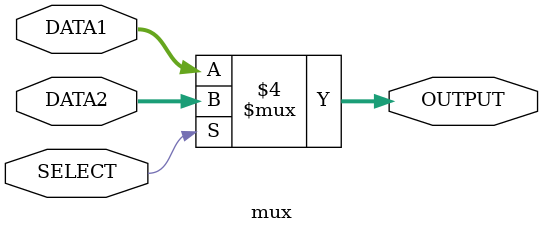
<source format=v>
module two_comp(DATA, OUT);

    input [7:0] DATA;
    output [7:0] OUT;

    assign #1 OUT = ~DATA + 1;

endmodule


module mux(DATA1, DATA2, SELECT, OUTPUT);

    input [7:0] DATA1, DATA2;
    input SELECT;
    output reg [7:0] OUTPUT;

    always @(DATA1, DATA2, SELECT) begin 

        if (SELECT) 
            OUTPUT = DATA2;
        else
            OUTPUT = DATA1;

    end

    always @(DATA1, DATA2, SELECT, OUTPUT)
    $display($time, " >> %d %d %d %d", DATA1, DATA2, SELECT, OUTPUT);
    

endmodule

</source>
